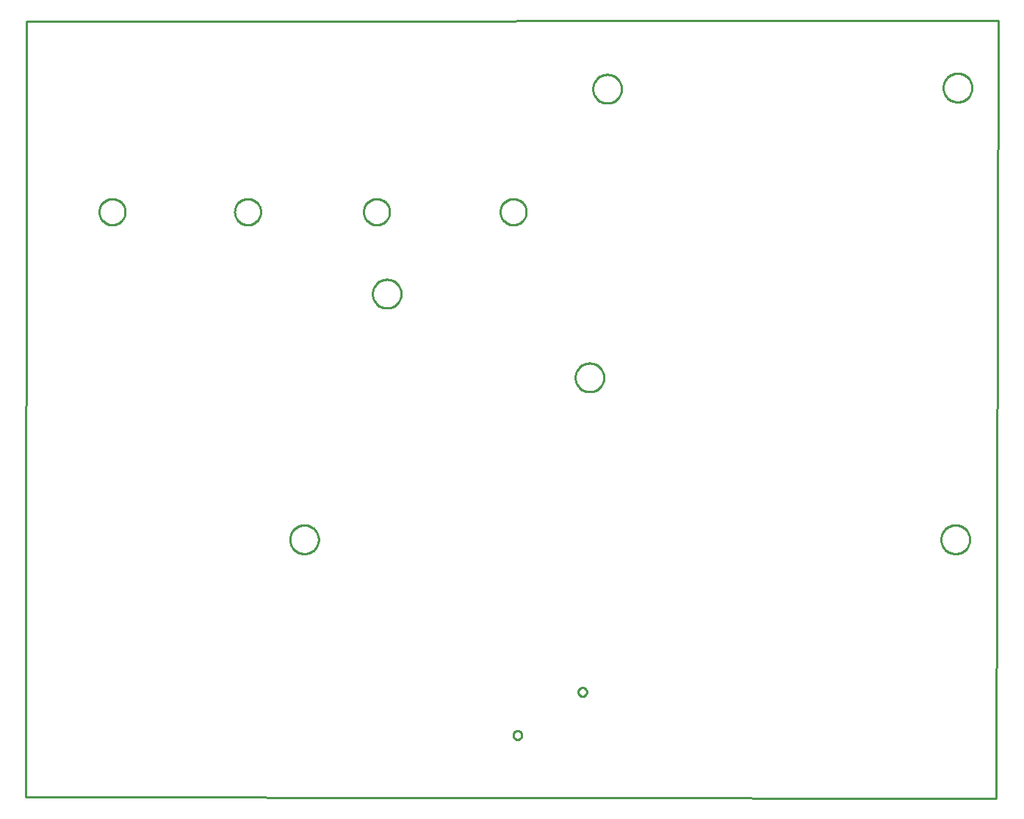
<source format=gbr>
G04 EAGLE Gerber RS-274X export*
G75*
%MOMM*%
%FSLAX34Y34*%
%LPD*%
%IN*%
%IPPOS*%
%AMOC8*
5,1,8,0,0,1.08239X$1,22.5*%
G01*
%ADD10C,0.254000*%


D10*
X1270Y-1270D02*
X1120140Y-2540D01*
X1122680Y894080D01*
X2540Y892810D01*
X1270Y-1270D01*
X562914Y658540D02*
X561846Y658616D01*
X560785Y658769D01*
X559738Y658997D01*
X558710Y659299D01*
X557706Y659673D01*
X556731Y660118D01*
X555791Y660632D01*
X554890Y661211D01*
X554032Y661853D01*
X553222Y662555D01*
X552465Y663312D01*
X551763Y664122D01*
X551121Y664980D01*
X550542Y665881D01*
X550028Y666821D01*
X549583Y667796D01*
X549209Y668800D01*
X548907Y669828D01*
X548679Y670875D01*
X548526Y671936D01*
X548450Y673004D01*
X548450Y674076D01*
X548526Y675144D01*
X548679Y676205D01*
X548907Y677252D01*
X549209Y678280D01*
X549583Y679284D01*
X550028Y680259D01*
X550542Y681199D01*
X551121Y682100D01*
X551763Y682958D01*
X552465Y683768D01*
X553222Y684525D01*
X554032Y685227D01*
X554890Y685869D01*
X555791Y686448D01*
X556731Y686962D01*
X557706Y687407D01*
X558710Y687781D01*
X559738Y688083D01*
X560785Y688311D01*
X561846Y688464D01*
X562914Y688540D01*
X563986Y688540D01*
X565054Y688464D01*
X566115Y688311D01*
X567162Y688083D01*
X568190Y687781D01*
X569194Y687407D01*
X570169Y686962D01*
X571109Y686448D01*
X572010Y685869D01*
X572868Y685227D01*
X573678Y684525D01*
X574435Y683768D01*
X575137Y682958D01*
X575779Y682100D01*
X576358Y681199D01*
X576872Y680259D01*
X577317Y679284D01*
X577691Y678280D01*
X577993Y677252D01*
X578221Y676205D01*
X578374Y675144D01*
X578450Y674076D01*
X578450Y673004D01*
X578374Y671936D01*
X578221Y670875D01*
X577993Y669828D01*
X577691Y668800D01*
X577317Y667796D01*
X576872Y666821D01*
X576358Y665881D01*
X575779Y664980D01*
X575137Y664122D01*
X574435Y663312D01*
X573678Y662555D01*
X572868Y661853D01*
X572010Y661211D01*
X571109Y660632D01*
X570169Y660118D01*
X569194Y659673D01*
X568190Y659299D01*
X567162Y658997D01*
X566115Y658769D01*
X565054Y658616D01*
X563986Y658540D01*
X562914Y658540D01*
X100634Y658540D02*
X99566Y658616D01*
X98505Y658769D01*
X97458Y658997D01*
X96430Y659299D01*
X95426Y659673D01*
X94451Y660118D01*
X93511Y660632D01*
X92610Y661211D01*
X91752Y661853D01*
X90942Y662555D01*
X90185Y663312D01*
X89483Y664122D01*
X88841Y664980D01*
X88262Y665881D01*
X87748Y666821D01*
X87303Y667796D01*
X86929Y668800D01*
X86627Y669828D01*
X86399Y670875D01*
X86246Y671936D01*
X86170Y673004D01*
X86170Y674076D01*
X86246Y675144D01*
X86399Y676205D01*
X86627Y677252D01*
X86929Y678280D01*
X87303Y679284D01*
X87748Y680259D01*
X88262Y681199D01*
X88841Y682100D01*
X89483Y682958D01*
X90185Y683768D01*
X90942Y684525D01*
X91752Y685227D01*
X92610Y685869D01*
X93511Y686448D01*
X94451Y686962D01*
X95426Y687407D01*
X96430Y687781D01*
X97458Y688083D01*
X98505Y688311D01*
X99566Y688464D01*
X100634Y688540D01*
X101706Y688540D01*
X102774Y688464D01*
X103835Y688311D01*
X104882Y688083D01*
X105910Y687781D01*
X106914Y687407D01*
X107889Y686962D01*
X108829Y686448D01*
X109730Y685869D01*
X110588Y685227D01*
X111398Y684525D01*
X112155Y683768D01*
X112857Y682958D01*
X113499Y682100D01*
X114078Y681199D01*
X114592Y680259D01*
X115037Y679284D01*
X115411Y678280D01*
X115713Y677252D01*
X115941Y676205D01*
X116094Y675144D01*
X116170Y674076D01*
X116170Y673004D01*
X116094Y671936D01*
X115941Y670875D01*
X115713Y669828D01*
X115411Y668800D01*
X115037Y667796D01*
X114592Y666821D01*
X114078Y665881D01*
X113499Y664980D01*
X112857Y664122D01*
X112155Y663312D01*
X111398Y662555D01*
X110588Y661853D01*
X109730Y661211D01*
X108829Y660632D01*
X107889Y660118D01*
X106914Y659673D01*
X105910Y659299D01*
X104882Y658997D01*
X103835Y658769D01*
X102774Y658616D01*
X101706Y658540D01*
X100634Y658540D01*
X405434Y658540D02*
X404366Y658616D01*
X403305Y658769D01*
X402258Y658997D01*
X401230Y659299D01*
X400226Y659673D01*
X399251Y660118D01*
X398311Y660632D01*
X397410Y661211D01*
X396552Y661853D01*
X395742Y662555D01*
X394985Y663312D01*
X394283Y664122D01*
X393641Y664980D01*
X393062Y665881D01*
X392548Y666821D01*
X392103Y667796D01*
X391729Y668800D01*
X391427Y669828D01*
X391199Y670875D01*
X391046Y671936D01*
X390970Y673004D01*
X390970Y674076D01*
X391046Y675144D01*
X391199Y676205D01*
X391427Y677252D01*
X391729Y678280D01*
X392103Y679284D01*
X392548Y680259D01*
X393062Y681199D01*
X393641Y682100D01*
X394283Y682958D01*
X394985Y683768D01*
X395742Y684525D01*
X396552Y685227D01*
X397410Y685869D01*
X398311Y686448D01*
X399251Y686962D01*
X400226Y687407D01*
X401230Y687781D01*
X402258Y688083D01*
X403305Y688311D01*
X404366Y688464D01*
X405434Y688540D01*
X406506Y688540D01*
X407574Y688464D01*
X408635Y688311D01*
X409682Y688083D01*
X410710Y687781D01*
X411714Y687407D01*
X412689Y686962D01*
X413629Y686448D01*
X414530Y685869D01*
X415388Y685227D01*
X416198Y684525D01*
X416955Y683768D01*
X417657Y682958D01*
X418299Y682100D01*
X418878Y681199D01*
X419392Y680259D01*
X419837Y679284D01*
X420211Y678280D01*
X420513Y677252D01*
X420741Y676205D01*
X420894Y675144D01*
X420970Y674076D01*
X420970Y673004D01*
X420894Y671936D01*
X420741Y670875D01*
X420513Y669828D01*
X420211Y668800D01*
X419837Y667796D01*
X419392Y666821D01*
X418878Y665881D01*
X418299Y664980D01*
X417657Y664122D01*
X416955Y663312D01*
X416198Y662555D01*
X415388Y661853D01*
X414530Y661211D01*
X413629Y660632D01*
X412689Y660118D01*
X411714Y659673D01*
X410710Y659299D01*
X409682Y658997D01*
X408635Y658769D01*
X407574Y658616D01*
X406506Y658540D01*
X405434Y658540D01*
X256844Y658540D02*
X255776Y658616D01*
X254715Y658769D01*
X253668Y658997D01*
X252640Y659299D01*
X251636Y659673D01*
X250661Y660118D01*
X249721Y660632D01*
X248820Y661211D01*
X247962Y661853D01*
X247152Y662555D01*
X246395Y663312D01*
X245693Y664122D01*
X245051Y664980D01*
X244472Y665881D01*
X243958Y666821D01*
X243513Y667796D01*
X243139Y668800D01*
X242837Y669828D01*
X242609Y670875D01*
X242456Y671936D01*
X242380Y673004D01*
X242380Y674076D01*
X242456Y675144D01*
X242609Y676205D01*
X242837Y677252D01*
X243139Y678280D01*
X243513Y679284D01*
X243958Y680259D01*
X244472Y681199D01*
X245051Y682100D01*
X245693Y682958D01*
X246395Y683768D01*
X247152Y684525D01*
X247962Y685227D01*
X248820Y685869D01*
X249721Y686448D01*
X250661Y686962D01*
X251636Y687407D01*
X252640Y687781D01*
X253668Y688083D01*
X254715Y688311D01*
X255776Y688464D01*
X256844Y688540D01*
X257916Y688540D01*
X258984Y688464D01*
X260045Y688311D01*
X261092Y688083D01*
X262120Y687781D01*
X263124Y687407D01*
X264099Y686962D01*
X265039Y686448D01*
X265940Y685869D01*
X266798Y685227D01*
X267608Y684525D01*
X268365Y683768D01*
X269067Y682958D01*
X269709Y682100D01*
X270288Y681199D01*
X270802Y680259D01*
X271247Y679284D01*
X271621Y678280D01*
X271923Y677252D01*
X272151Y676205D01*
X272304Y675144D01*
X272380Y674076D01*
X272380Y673004D01*
X272304Y671936D01*
X272151Y670875D01*
X271923Y669828D01*
X271621Y668800D01*
X271247Y667796D01*
X270802Y666821D01*
X270288Y665881D01*
X269709Y664980D01*
X269067Y664122D01*
X268365Y663312D01*
X267608Y662555D01*
X266798Y661853D01*
X265940Y661211D01*
X265039Y660632D01*
X264099Y660118D01*
X263124Y659673D01*
X262120Y659299D01*
X261092Y658997D01*
X260045Y658769D01*
X258984Y658616D01*
X257916Y658540D01*
X256844Y658540D01*
X573325Y70077D02*
X573262Y69519D01*
X573137Y68972D01*
X572952Y68442D01*
X572708Y67936D01*
X572409Y67460D01*
X572059Y67021D01*
X571662Y66624D01*
X571223Y66274D01*
X570747Y65975D01*
X570241Y65731D01*
X569711Y65546D01*
X569164Y65421D01*
X568606Y65358D01*
X568044Y65358D01*
X567486Y65421D01*
X566939Y65546D01*
X566409Y65731D01*
X565903Y65975D01*
X565427Y66274D01*
X564988Y66624D01*
X564591Y67021D01*
X564241Y67460D01*
X563942Y67936D01*
X563698Y68442D01*
X563513Y68972D01*
X563388Y69519D01*
X563325Y70077D01*
X563325Y70639D01*
X563388Y71197D01*
X563513Y71744D01*
X563698Y72274D01*
X563942Y72780D01*
X564241Y73256D01*
X564591Y73695D01*
X564988Y74092D01*
X565427Y74442D01*
X565903Y74741D01*
X566409Y74985D01*
X566939Y75170D01*
X567486Y75295D01*
X568044Y75358D01*
X568606Y75358D01*
X569164Y75295D01*
X569711Y75170D01*
X570241Y74985D01*
X570747Y74741D01*
X571223Y74442D01*
X571662Y74092D01*
X572059Y73695D01*
X572409Y73256D01*
X572708Y72780D01*
X572952Y72274D01*
X573137Y71744D01*
X573262Y71197D01*
X573325Y70639D01*
X573325Y70077D01*
X648255Y119861D02*
X648192Y119303D01*
X648067Y118756D01*
X647882Y118226D01*
X647638Y117720D01*
X647339Y117244D01*
X646989Y116805D01*
X646592Y116408D01*
X646153Y116058D01*
X645677Y115759D01*
X645171Y115515D01*
X644641Y115330D01*
X644094Y115205D01*
X643536Y115142D01*
X642974Y115142D01*
X642416Y115205D01*
X641869Y115330D01*
X641339Y115515D01*
X640833Y115759D01*
X640357Y116058D01*
X639918Y116408D01*
X639521Y116805D01*
X639171Y117244D01*
X638872Y117720D01*
X638628Y118226D01*
X638443Y118756D01*
X638318Y119303D01*
X638255Y119861D01*
X638255Y120423D01*
X638318Y120981D01*
X638443Y121528D01*
X638628Y122058D01*
X638872Y122564D01*
X639171Y123040D01*
X639521Y123479D01*
X639918Y123876D01*
X640357Y124226D01*
X640833Y124525D01*
X641339Y124769D01*
X641869Y124954D01*
X642416Y125079D01*
X642974Y125142D01*
X643536Y125142D01*
X644094Y125079D01*
X644641Y124954D01*
X645171Y124769D01*
X645677Y124525D01*
X646153Y124226D01*
X646592Y123876D01*
X646989Y123479D01*
X647339Y123040D01*
X647638Y122564D01*
X647882Y122058D01*
X648067Y121528D01*
X648192Y120981D01*
X648255Y120423D01*
X648255Y119861D01*
X339090Y295370D02*
X339019Y294291D01*
X338878Y293219D01*
X338667Y292159D01*
X338388Y291115D01*
X338040Y290091D01*
X337626Y289093D01*
X337148Y288123D01*
X336608Y287187D01*
X336007Y286288D01*
X335349Y285431D01*
X334637Y284618D01*
X333872Y283854D01*
X333059Y283141D01*
X332202Y282483D01*
X331303Y281882D01*
X330367Y281342D01*
X329397Y280864D01*
X328399Y280450D01*
X327375Y280102D01*
X326331Y279823D01*
X325271Y279612D01*
X324199Y279471D01*
X323120Y279400D01*
X322040Y279400D01*
X320961Y279471D01*
X319889Y279612D01*
X318829Y279823D01*
X317785Y280102D01*
X316761Y280450D01*
X315763Y280864D01*
X314793Y281342D01*
X313857Y281882D01*
X312958Y282483D01*
X312101Y283141D01*
X311288Y283854D01*
X310524Y284618D01*
X309811Y285431D01*
X309153Y286288D01*
X308552Y287187D01*
X308012Y288123D01*
X307534Y289093D01*
X307120Y290091D01*
X306772Y291115D01*
X306493Y292159D01*
X306282Y293219D01*
X306141Y294291D01*
X306070Y295370D01*
X306070Y296450D01*
X306141Y297529D01*
X306282Y298601D01*
X306493Y299661D01*
X306772Y300705D01*
X307120Y301729D01*
X307534Y302727D01*
X308012Y303697D01*
X308552Y304633D01*
X309153Y305532D01*
X309811Y306389D01*
X310524Y307202D01*
X311288Y307967D01*
X312101Y308679D01*
X312958Y309337D01*
X313857Y309938D01*
X314793Y310478D01*
X315763Y310956D01*
X316761Y311370D01*
X317785Y311718D01*
X318829Y311997D01*
X319889Y312208D01*
X320961Y312349D01*
X322040Y312420D01*
X323120Y312420D01*
X324199Y312349D01*
X325271Y312208D01*
X326331Y311997D01*
X327375Y311718D01*
X328399Y311370D01*
X329397Y310956D01*
X330367Y310478D01*
X331303Y309938D01*
X332202Y309337D01*
X333059Y308679D01*
X333872Y307967D01*
X334637Y307202D01*
X335349Y306389D01*
X336007Y305532D01*
X336608Y304633D01*
X337148Y303697D01*
X337626Y302727D01*
X338040Y301729D01*
X338388Y300705D01*
X338667Y299661D01*
X338878Y298601D01*
X339019Y297529D01*
X339090Y296450D01*
X339090Y295370D01*
X1092200Y816070D02*
X1092129Y814991D01*
X1091988Y813919D01*
X1091777Y812859D01*
X1091498Y811815D01*
X1091150Y810791D01*
X1090736Y809793D01*
X1090258Y808823D01*
X1089718Y807887D01*
X1089117Y806988D01*
X1088459Y806131D01*
X1087747Y805318D01*
X1086982Y804554D01*
X1086169Y803841D01*
X1085312Y803183D01*
X1084413Y802582D01*
X1083477Y802042D01*
X1082507Y801564D01*
X1081509Y801150D01*
X1080485Y800802D01*
X1079441Y800523D01*
X1078381Y800312D01*
X1077309Y800171D01*
X1076230Y800100D01*
X1075150Y800100D01*
X1074071Y800171D01*
X1072999Y800312D01*
X1071939Y800523D01*
X1070895Y800802D01*
X1069871Y801150D01*
X1068873Y801564D01*
X1067903Y802042D01*
X1066967Y802582D01*
X1066068Y803183D01*
X1065211Y803841D01*
X1064398Y804554D01*
X1063634Y805318D01*
X1062921Y806131D01*
X1062263Y806988D01*
X1061662Y807887D01*
X1061122Y808823D01*
X1060644Y809793D01*
X1060230Y810791D01*
X1059882Y811815D01*
X1059603Y812859D01*
X1059392Y813919D01*
X1059251Y814991D01*
X1059180Y816070D01*
X1059180Y817150D01*
X1059251Y818229D01*
X1059392Y819301D01*
X1059603Y820361D01*
X1059882Y821405D01*
X1060230Y822429D01*
X1060644Y823427D01*
X1061122Y824397D01*
X1061662Y825333D01*
X1062263Y826232D01*
X1062921Y827089D01*
X1063634Y827902D01*
X1064398Y828667D01*
X1065211Y829379D01*
X1066068Y830037D01*
X1066967Y830638D01*
X1067903Y831178D01*
X1068873Y831656D01*
X1069871Y832070D01*
X1070895Y832418D01*
X1071939Y832697D01*
X1072999Y832908D01*
X1074071Y833049D01*
X1075150Y833120D01*
X1076230Y833120D01*
X1077309Y833049D01*
X1078381Y832908D01*
X1079441Y832697D01*
X1080485Y832418D01*
X1081509Y832070D01*
X1082507Y831656D01*
X1083477Y831178D01*
X1084413Y830638D01*
X1085312Y830037D01*
X1086169Y829379D01*
X1086982Y828667D01*
X1087747Y827902D01*
X1088459Y827089D01*
X1089117Y826232D01*
X1089718Y825333D01*
X1090258Y824397D01*
X1090736Y823427D01*
X1091150Y822429D01*
X1091498Y821405D01*
X1091777Y820361D01*
X1091988Y819301D01*
X1092129Y818229D01*
X1092200Y817150D01*
X1092200Y816070D01*
X1089660Y295370D02*
X1089589Y294291D01*
X1089448Y293219D01*
X1089237Y292159D01*
X1088958Y291115D01*
X1088610Y290091D01*
X1088196Y289093D01*
X1087718Y288123D01*
X1087178Y287187D01*
X1086577Y286288D01*
X1085919Y285431D01*
X1085207Y284618D01*
X1084442Y283854D01*
X1083629Y283141D01*
X1082772Y282483D01*
X1081873Y281882D01*
X1080937Y281342D01*
X1079967Y280864D01*
X1078969Y280450D01*
X1077945Y280102D01*
X1076901Y279823D01*
X1075841Y279612D01*
X1074769Y279471D01*
X1073690Y279400D01*
X1072610Y279400D01*
X1071531Y279471D01*
X1070459Y279612D01*
X1069399Y279823D01*
X1068355Y280102D01*
X1067331Y280450D01*
X1066333Y280864D01*
X1065363Y281342D01*
X1064427Y281882D01*
X1063528Y282483D01*
X1062671Y283141D01*
X1061858Y283854D01*
X1061094Y284618D01*
X1060381Y285431D01*
X1059723Y286288D01*
X1059122Y287187D01*
X1058582Y288123D01*
X1058104Y289093D01*
X1057690Y290091D01*
X1057342Y291115D01*
X1057063Y292159D01*
X1056852Y293219D01*
X1056711Y294291D01*
X1056640Y295370D01*
X1056640Y296450D01*
X1056711Y297529D01*
X1056852Y298601D01*
X1057063Y299661D01*
X1057342Y300705D01*
X1057690Y301729D01*
X1058104Y302727D01*
X1058582Y303697D01*
X1059122Y304633D01*
X1059723Y305532D01*
X1060381Y306389D01*
X1061094Y307202D01*
X1061858Y307967D01*
X1062671Y308679D01*
X1063528Y309337D01*
X1064427Y309938D01*
X1065363Y310478D01*
X1066333Y310956D01*
X1067331Y311370D01*
X1068355Y311718D01*
X1069399Y311997D01*
X1070459Y312208D01*
X1071531Y312349D01*
X1072610Y312420D01*
X1073690Y312420D01*
X1074769Y312349D01*
X1075841Y312208D01*
X1076901Y311997D01*
X1077945Y311718D01*
X1078969Y311370D01*
X1079967Y310956D01*
X1080937Y310478D01*
X1081873Y309938D01*
X1082772Y309337D01*
X1083629Y308679D01*
X1084442Y307967D01*
X1085207Y307202D01*
X1085919Y306389D01*
X1086577Y305532D01*
X1087178Y304633D01*
X1087718Y303697D01*
X1088196Y302727D01*
X1088610Y301729D01*
X1088958Y300705D01*
X1089237Y299661D01*
X1089448Y298601D01*
X1089589Y297529D01*
X1089660Y296450D01*
X1089660Y295370D01*
X434340Y578580D02*
X434269Y577501D01*
X434128Y576429D01*
X433917Y575369D01*
X433638Y574325D01*
X433290Y573301D01*
X432876Y572303D01*
X432398Y571333D01*
X431858Y570397D01*
X431257Y569498D01*
X430599Y568641D01*
X429887Y567828D01*
X429122Y567064D01*
X428309Y566351D01*
X427452Y565693D01*
X426553Y565092D01*
X425617Y564552D01*
X424647Y564074D01*
X423649Y563660D01*
X422625Y563312D01*
X421581Y563033D01*
X420521Y562822D01*
X419449Y562681D01*
X418370Y562610D01*
X417290Y562610D01*
X416211Y562681D01*
X415139Y562822D01*
X414079Y563033D01*
X413035Y563312D01*
X412011Y563660D01*
X411013Y564074D01*
X410043Y564552D01*
X409107Y565092D01*
X408208Y565693D01*
X407351Y566351D01*
X406538Y567064D01*
X405774Y567828D01*
X405061Y568641D01*
X404403Y569498D01*
X403802Y570397D01*
X403262Y571333D01*
X402784Y572303D01*
X402370Y573301D01*
X402022Y574325D01*
X401743Y575369D01*
X401532Y576429D01*
X401391Y577501D01*
X401320Y578580D01*
X401320Y579660D01*
X401391Y580739D01*
X401532Y581811D01*
X401743Y582871D01*
X402022Y583915D01*
X402370Y584939D01*
X402784Y585937D01*
X403262Y586907D01*
X403802Y587843D01*
X404403Y588742D01*
X405061Y589599D01*
X405774Y590412D01*
X406538Y591177D01*
X407351Y591889D01*
X408208Y592547D01*
X409107Y593148D01*
X410043Y593688D01*
X411013Y594166D01*
X412011Y594580D01*
X413035Y594928D01*
X414079Y595207D01*
X415139Y595418D01*
X416211Y595559D01*
X417290Y595630D01*
X418370Y595630D01*
X419449Y595559D01*
X420521Y595418D01*
X421581Y595207D01*
X422625Y594928D01*
X423649Y594580D01*
X424647Y594166D01*
X425617Y593688D01*
X426553Y593148D01*
X427452Y592547D01*
X428309Y591889D01*
X429122Y591177D01*
X429887Y590412D01*
X430599Y589599D01*
X431257Y588742D01*
X431858Y587843D01*
X432398Y586907D01*
X432876Y585937D01*
X433290Y584939D01*
X433638Y583915D01*
X433917Y582871D01*
X434128Y581811D01*
X434269Y580739D01*
X434340Y579660D01*
X434340Y578580D01*
X688340Y814800D02*
X688269Y813721D01*
X688128Y812649D01*
X687917Y811589D01*
X687638Y810545D01*
X687290Y809521D01*
X686876Y808523D01*
X686398Y807553D01*
X685858Y806617D01*
X685257Y805718D01*
X684599Y804861D01*
X683887Y804048D01*
X683122Y803284D01*
X682309Y802571D01*
X681452Y801913D01*
X680553Y801312D01*
X679617Y800772D01*
X678647Y800294D01*
X677649Y799880D01*
X676625Y799532D01*
X675581Y799253D01*
X674521Y799042D01*
X673449Y798901D01*
X672370Y798830D01*
X671290Y798830D01*
X670211Y798901D01*
X669139Y799042D01*
X668079Y799253D01*
X667035Y799532D01*
X666011Y799880D01*
X665013Y800294D01*
X664043Y800772D01*
X663107Y801312D01*
X662208Y801913D01*
X661351Y802571D01*
X660538Y803284D01*
X659774Y804048D01*
X659061Y804861D01*
X658403Y805718D01*
X657802Y806617D01*
X657262Y807553D01*
X656784Y808523D01*
X656370Y809521D01*
X656022Y810545D01*
X655743Y811589D01*
X655532Y812649D01*
X655391Y813721D01*
X655320Y814800D01*
X655320Y815880D01*
X655391Y816959D01*
X655532Y818031D01*
X655743Y819091D01*
X656022Y820135D01*
X656370Y821159D01*
X656784Y822157D01*
X657262Y823127D01*
X657802Y824063D01*
X658403Y824962D01*
X659061Y825819D01*
X659774Y826632D01*
X660538Y827397D01*
X661351Y828109D01*
X662208Y828767D01*
X663107Y829368D01*
X664043Y829908D01*
X665013Y830386D01*
X666011Y830800D01*
X667035Y831148D01*
X668079Y831427D01*
X669139Y831638D01*
X670211Y831779D01*
X671290Y831850D01*
X672370Y831850D01*
X673449Y831779D01*
X674521Y831638D01*
X675581Y831427D01*
X676625Y831148D01*
X677649Y830800D01*
X678647Y830386D01*
X679617Y829908D01*
X680553Y829368D01*
X681452Y828767D01*
X682309Y828109D01*
X683122Y827397D01*
X683887Y826632D01*
X684599Y825819D01*
X685257Y824962D01*
X685858Y824063D01*
X686398Y823127D01*
X686876Y822157D01*
X687290Y821159D01*
X687638Y820135D01*
X687917Y819091D01*
X688128Y818031D01*
X688269Y816959D01*
X688340Y815880D01*
X688340Y814800D01*
X668020Y482060D02*
X667949Y480981D01*
X667808Y479909D01*
X667597Y478849D01*
X667318Y477805D01*
X666970Y476781D01*
X666556Y475783D01*
X666078Y474813D01*
X665538Y473877D01*
X664937Y472978D01*
X664279Y472121D01*
X663567Y471308D01*
X662802Y470544D01*
X661989Y469831D01*
X661132Y469173D01*
X660233Y468572D01*
X659297Y468032D01*
X658327Y467554D01*
X657329Y467140D01*
X656305Y466792D01*
X655261Y466513D01*
X654201Y466302D01*
X653129Y466161D01*
X652050Y466090D01*
X650970Y466090D01*
X649891Y466161D01*
X648819Y466302D01*
X647759Y466513D01*
X646715Y466792D01*
X645691Y467140D01*
X644693Y467554D01*
X643723Y468032D01*
X642787Y468572D01*
X641888Y469173D01*
X641031Y469831D01*
X640218Y470544D01*
X639454Y471308D01*
X638741Y472121D01*
X638083Y472978D01*
X637482Y473877D01*
X636942Y474813D01*
X636464Y475783D01*
X636050Y476781D01*
X635702Y477805D01*
X635423Y478849D01*
X635212Y479909D01*
X635071Y480981D01*
X635000Y482060D01*
X635000Y483140D01*
X635071Y484219D01*
X635212Y485291D01*
X635423Y486351D01*
X635702Y487395D01*
X636050Y488419D01*
X636464Y489417D01*
X636942Y490387D01*
X637482Y491323D01*
X638083Y492222D01*
X638741Y493079D01*
X639454Y493892D01*
X640218Y494657D01*
X641031Y495369D01*
X641888Y496027D01*
X642787Y496628D01*
X643723Y497168D01*
X644693Y497646D01*
X645691Y498060D01*
X646715Y498408D01*
X647759Y498687D01*
X648819Y498898D01*
X649891Y499039D01*
X650970Y499110D01*
X652050Y499110D01*
X653129Y499039D01*
X654201Y498898D01*
X655261Y498687D01*
X656305Y498408D01*
X657329Y498060D01*
X658327Y497646D01*
X659297Y497168D01*
X660233Y496628D01*
X661132Y496027D01*
X661989Y495369D01*
X662802Y494657D01*
X663567Y493892D01*
X664279Y493079D01*
X664937Y492222D01*
X665538Y491323D01*
X666078Y490387D01*
X666556Y489417D01*
X666970Y488419D01*
X667318Y487395D01*
X667597Y486351D01*
X667808Y485291D01*
X667949Y484219D01*
X668020Y483140D01*
X668020Y482060D01*
M02*

</source>
